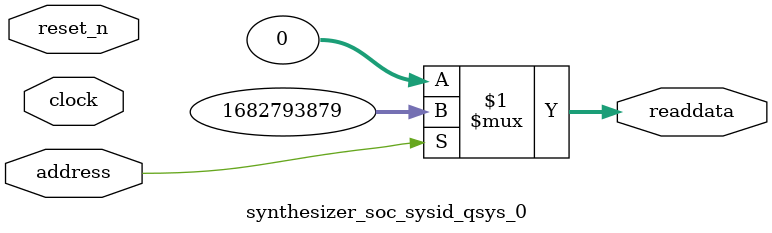
<source format=v>



// synthesis translate_off
`timescale 1ns / 1ps
// synthesis translate_on

// turn off superfluous verilog processor warnings 
// altera message_level Level1 
// altera message_off 10034 10035 10036 10037 10230 10240 10030 

module synthesizer_soc_sysid_qsys_0 (
               // inputs:
                address,
                clock,
                reset_n,

               // outputs:
                readdata
             )
;

  output  [ 31: 0] readdata;
  input            address;
  input            clock;
  input            reset_n;

  wire    [ 31: 0] readdata;
  //control_slave, which is an e_avalon_slave
  assign readdata = address ? 1682793879 : 0;

endmodule



</source>
